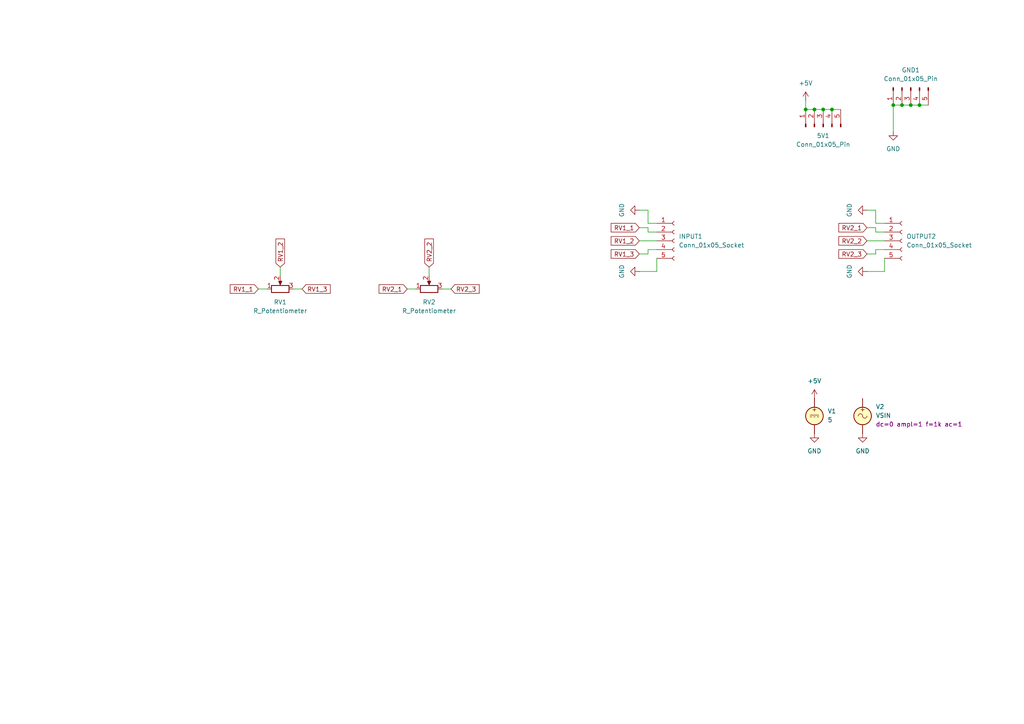
<source format=kicad_sch>
(kicad_sch (version 20231120) (generator "eeschema") (generator_version "8.0")
  (paper "A4")
  (lib_symbols
    (symbol "Connector:Conn_01x05_Pin" (pin_names (offset 1.016) hide)
      (property "Reference" "J" (at 0 7.62 0))
      (property "Value" "Conn_01x05_Pin" (at 0 -7.62 0))
      (symbol "Conn_01x05_Pin_1_1"
        (polyline (pts (xy 1.27 -5.08) (xy 0.8636 -5.08)) (stroke (width 0.1524)))
        (polyline (pts (xy 1.27 -2.54) (xy 0.8636 -2.54)) (stroke (width 0.1524)))
        (polyline (pts (xy 1.27 0) (xy 0.8636 0)) (stroke (width 0.1524)))
        (polyline (pts (xy 1.27 2.54) (xy 0.8636 2.54)) (stroke (width 0.1524)))
        (polyline (pts (xy 1.27 5.08) (xy 0.8636 5.08)) (stroke (width 0.1524)))
        (rectangle (start 0.8636 -4.953) (end 0 -5.207) (stroke (width 0.1524)) (fill (type outline)))
        (rectangle (start 0.8636 -2.413) (end 0 -2.667) (stroke (width 0.1524)) (fill (type outline)))
        (rectangle (start 0.8636 0.127) (end 0 -0.127) (stroke (width 0.1524)) (fill (type outline)))
        (rectangle (start 0.8636 2.667) (end 0 2.413) (stroke (width 0.1524)) (fill (type outline)))
        (rectangle (start 0.8636 5.207) (end 0 4.953) (stroke (width 0.1524)) (fill (type outline)))
        (pin passive line (at 5.08 5.08 180) (length 3.81) (name "Pin_1") (number "1"))
        (pin passive line (at 5.08 2.54 180) (length 3.81) (name "Pin_2") (number "2"))
        (pin passive line (at 5.08 0 180) (length 3.81) (name "Pin_3") (number "3"))
        (pin passive line (at 5.08 -2.54 180) (length 3.81) (name "Pin_4") (number "4"))
        (pin passive line (at 5.08 -5.08 180) (length 3.81) (name "Pin_5") (number "5"))
      )
    )
    (symbol "Connector:Conn_01x05_Socket" (pin_names (offset 1.016) hide)
      (property "Reference" "J" (at 0 7.62 0))
      (property "Value" "Conn_01x05_Socket" (at 0 -7.62 0))
      (symbol "Conn_01x05_Socket_1_1"
        (arc (start 0 -4.572) (mid -0.5058 -5.08) (end 0 -5.588) (stroke (width 0.1524)))
        (arc (start 0 -2.032) (mid -0.5058 -2.54) (end 0 -3.048) (stroke (width 0.1524)))
        (polyline (pts (xy -1.27 -5.08) (xy -0.508 -5.08)) (stroke (width 0.1524)))
        (polyline (pts (xy -1.27 -2.54) (xy -0.508 -2.54)) (stroke (width 0.1524)))
        (polyline (pts (xy -1.27 0) (xy -0.508 0)) (stroke (width 0.1524)))
        (polyline (pts (xy -1.27 2.54) (xy -0.508 2.54)) (stroke (width 0.1524)))
        (polyline (pts (xy -1.27 5.08) (xy -0.508 5.08)) (stroke (width 0.1524)))
        (arc (start 0 0.508) (mid -0.5058 0) (end 0 -0.508) (stroke (width 0.1524)))
        (arc (start 0 3.048) (mid -0.5058 2.54) (end 0 2.032) (stroke (width 0.1524)))
        (arc (start 0 5.588) (mid -0.5058 5.08) (end 0 4.572) (stroke (width 0.1524)))
        (pin passive line (at -5.08 5.08 0) (length 3.81) (name "Pin_1") (number "1"))
        (pin passive line (at -5.08 2.54 0) (length 3.81) (name "Pin_2") (number "2"))
        (pin passive line (at -5.08 0 0) (length 3.81) (name "Pin_3") (number "3"))
        (pin passive line (at -5.08 -2.54 0) (length 3.81) (name "Pin_4") (number "4"))
        (pin passive line (at -5.08 -5.08 0) (length 3.81) (name "Pin_5") (number "5"))
      )
    )
    (symbol "Device:R_Potentiometer" (pin_names (offset 1.016) hide)
      (property "Reference" "RV" (at -4.445 0 90))
      (property "Value" "R_Potentiometer" (at -2.54 0 90))
      (symbol "R_Potentiometer_0_1"
        (polyline (pts (xy 2.54 0) (xy 1.524 0)))
        (polyline (pts (xy 1.143 0) (xy 2.286 0.508) (xy 2.286 -0.508) (xy 1.143 0)) (fill (type outline)))
        (rectangle (start 1.016 2.54) (end -1.016 -2.54) (stroke (width 0.254)))
      )
      (symbol "R_Potentiometer_1_1"
        (pin passive line (at 0 3.81 270) (length 1.27) (name "1") (number "1"))
        (pin passive line (at 3.81 0 180) (length 1.27) (name "2") (number "2"))
        (pin passive line (at 0 -3.81 90) (length 1.27) (name "3") (number "3"))
      )
    )
    (symbol "Simulation_SPICE:VDC" (pin_numbers hide) (pin_names (offset 0.0254))
      (property "Reference" "V" (at 2.54 2.54 0))
      (property "Value" "1" (at 2.54 0 0))
      (symbol "VDC_0_0"
        (polyline (pts (xy -1.27 0.254) (xy 1.27 0.254)))
        (polyline (pts (xy -0.762 -0.254) (xy -1.27 -0.254)))
        (polyline (pts (xy 0.254 -0.254) (xy -0.254 -0.254)))
        (polyline (pts (xy 1.27 -0.254) (xy 0.762 -0.254)))
        (text "+" (at 0 1.905 0) (effects (font (size 1.27 1.27))))
      )
      (symbol "VDC_0_1"
        (circle (center 0 0) (radius 2.54) (stroke (width 0.254)) (fill (type background)))
      )
      (symbol "VDC_1_1"
        (pin passive line (at 0 5.08 270) (length 2.54) (name "~") (number "1"))
        (pin passive line (at 0 -5.08 90) (length 2.54) (name "~") (number "2"))
      )
    )
    (symbol "Simulation_SPICE:VSIN" (pin_numbers hide) (pin_names (offset 0.0254))
      (property "Reference" "V" (at 2.54 2.54 0))
      (property "Value" "VSIN" (at 2.54 0 0))
      (property "Sim.Params" "dc=0 ampl=1 f=1k ac=1" (at 2.54 -2.54 0))
      (symbol "VSIN_0_0"
        (arc (start 0 0) (mid -0.635 0.6323) (end -1.27 0))
        (arc (start 0 0) (mid 0.635 -0.6323) (end 1.27 0))
        (text "+" (at 0 1.905 0) (effects (font (size 1.27 1.27))))
      )
      (symbol "VSIN_0_1"
        (circle (center 0 0) (radius 2.54) (stroke (width 0.254)) (fill (type background)))
      )
      (symbol "VSIN_1_1"
        (pin passive line (at 0 5.08 270) (length 2.54) (name "~") (number "1"))
        (pin passive line (at 0 -5.08 90) (length 2.54) (name "~") (number "2"))
      )
    )
    (symbol "power:+5V" (power) (pin_numbers hide) (pin_names (offset 0) hide)
      (property "Value" "+5V" (at 0 3.556 0))
      (symbol "+5V_0_1"
        (polyline (pts (xy -0.762 1.27) (xy 0 2.54)))
        (polyline (pts (xy 0 0) (xy 0 2.54)))
        (polyline (pts (xy 0 2.54) (xy 0.762 1.27)))
      )
      (symbol "+5V_1_1"
        (pin power_in line (at 0 0 90) (length 0) (name "~") (number "1"))
      )
    )
    (symbol "power:GND" (power) (pin_numbers hide) (pin_names (offset 0) hide)
      (property "Value" "GND" (at 0 -3.81 0))
      (symbol "GND_0_1"
        (polyline (pts (xy 0 0) (xy 0 -1.27) (xy 1.27 -1.27) (xy 0 -2.54) (xy -1.27 -1.27) (xy 0 -1.27)))
      )
      (symbol "GND_1_1"
        (pin power_in line (at 0 0 270) (length 0) (name "~") (number "1"))
      )
    )
  )
  (junction (at 236.22 31.75))
  (junction (at 261.62 30.48))
  (junction (at 233.68 31.75))
  (junction (at 241.3 31.75))
  (junction (at 266.7 30.48))
  (junction (at 264.16 30.48))
  (junction (at 238.76 31.75))
  (junction (at 259.08 30.48))
  (wire (pts (xy 251.46 69.85) (xy 256.54 69.85)))
  (wire (pts (xy 118.11 83.82) (xy 120.65 83.82)))
  (wire (pts (xy 254 67.31) (xy 256.54 67.31)))
  (wire (pts (xy 254 73.66) (xy 254 72.39)))
  (wire (pts (xy 251.46 78.74) (xy 256.54 78.74)))
  (wire (pts (xy 241.3 31.75) (xy 243.84 31.75)))
  (wire (pts (xy 251.46 66.04) (xy 254 66.04)))
  (wire (pts (xy 187.96 64.77) (xy 187.96 60.96)))
  (wire (pts (xy 256.54 64.77) (xy 254 64.77)))
  (wire (pts (xy 190.5 78.74) (xy 190.5 74.93)))
  (wire (pts (xy 187.96 67.31) (xy 190.5 67.31)))
  (wire (pts (xy 233.68 31.75) (xy 236.22 31.75)))
  (wire (pts (xy 266.7 30.48) (xy 269.24 30.48)))
  (wire (pts (xy 124.46 77.47) (xy 124.46 80.01)))
  (wire (pts (xy 254 72.39) (xy 256.54 72.39)))
  (wire (pts (xy 238.76 31.75) (xy 241.3 31.75)))
  (wire (pts (xy 259.08 30.48) (xy 261.62 30.48)))
  (wire (pts (xy 81.28 77.47) (xy 81.28 80.01)))
  (wire (pts (xy 259.08 30.48) (xy 259.08 38.1)))
  (wire (pts (xy 233.68 31.75) (xy 233.68 29.21)))
  (wire (pts (xy 190.5 64.77) (xy 187.96 64.77)))
  (wire (pts (xy 264.16 30.48) (xy 266.7 30.48)))
  (wire (pts (xy 185.42 66.04) (xy 187.96 66.04)))
  (wire (pts (xy 87.63 83.82) (xy 85.09 83.82)))
  (wire (pts (xy 74.93 83.82) (xy 77.47 83.82)))
  (wire (pts (xy 187.96 66.04) (xy 187.96 67.31)))
  (wire (pts (xy 185.42 78.74) (xy 190.5 78.74)))
  (wire (pts (xy 130.81 83.82) (xy 128.27 83.82)))
  (wire (pts (xy 256.54 78.74) (xy 256.54 74.93)))
  (wire (pts (xy 236.22 31.75) (xy 238.76 31.75)))
  (wire (pts (xy 251.46 73.66) (xy 254 73.66)))
  (wire (pts (xy 185.42 73.66) (xy 187.96 73.66)))
  (wire (pts (xy 187.96 73.66) (xy 187.96 72.39)))
  (wire (pts (xy 254 60.96) (xy 251.46 60.96)))
  (wire (pts (xy 187.96 72.39) (xy 190.5 72.39)))
  (wire (pts (xy 187.96 60.96) (xy 185.42 60.96)))
  (wire (pts (xy 254 64.77) (xy 254 60.96)))
  (wire (pts (xy 254 66.04) (xy 254 67.31)))
  (wire (pts (xy 185.42 69.85) (xy 190.5 69.85)))
  (wire (pts (xy 261.62 30.48) (xy 264.16 30.48)))
  (global_label "RV1_3" (shape input) (at 87.63 83.82 0) (property "Intersheetrefs" "${INTERSHEET_REFS}" (effects (hide yes))))
  (global_label "RV1_2" (shape input) (at 185.42 69.85 180) (property "Intersheetrefs" "${INTERSHEET_REFS}" (effects (hide yes))))
  (global_label "RV2_2" (shape input) (at 251.46 69.85 180) (property "Intersheetrefs" "${INTERSHEET_REFS}" (effects (hide yes))))
  (global_label "RV1_1" (shape input) (at 185.42 66.04 180) (property "Intersheetrefs" "${INTERSHEET_REFS}" (effects (hide yes))))
  (global_label "RV1_1" (shape input) (at 74.93 83.82 180) (property "Intersheetrefs" "${INTERSHEET_REFS}" (effects (hide yes))))
  (global_label "RV1_3" (shape input) (at 185.42 73.66 180) (property "Intersheetrefs" "${INTERSHEET_REFS}" (effects (hide yes))))
  (global_label "RV2_1" (shape input) (at 118.11 83.82 180) (property "Intersheetrefs" "${INTERSHEET_REFS}" (effects (hide yes))))
  (global_label "RV2_3" (shape input) (at 251.46 73.66 180) (property "Intersheetrefs" "${INTERSHEET_REFS}" (effects (hide yes))))
  (global_label "RV2_1" (shape input) (at 251.46 66.04 180) (property "Intersheetrefs" "${INTERSHEET_REFS}" (effects (hide yes))))
  (global_label "RV1_2" (shape input) (at 81.28 77.47 90) (property "Intersheetrefs" "${INTERSHEET_REFS}" (effects (hide yes))))
  (global_label "RV2_2" (shape input) (at 124.46 77.47 90) (property "Intersheetrefs" "${INTERSHEET_REFS}" (effects (hide yes))))
  (global_label "RV2_3" (shape input) (at 130.81 83.82 0) (property "Intersheetrefs" "${INTERSHEET_REFS}" (effects (hide yes))))
  (symbol (lib_id "Simulation_SPICE:VDC") (at 236.22 120.65 0) (unit 1) (on_board no)
    (property "Reference" "V1" (at 240.03 119.2501 0) (effects (justify left)))
    (property "Value" "5" (at 240.03 121.7901 0) (effects (justify left)))
    (property "Datasheet" "https://ngspice.sourceforge.io/docs/ngspice-html-manual/manual.xhtml#sec_Independent_Sources_for" (effects (hide yes)))
    (property "Description" "Voltage source, DC" (effects (hide yes)))
    (property "Sim.Pins" "1=+ 2=-" (effects (hide yes)))
    (property "Sim.Type" "DC" (effects (hide yes)))
    (property "Sim.Device" "V" (effects (hide yes)))
  )
  (symbol (lib_id "Device:R_Potentiometer") (at 81.28 83.82 90) (unit 1)
    (property "Reference" "RV1" (at 81.28 87.63 90))
    (property "Value" "R_Potentiometer" (at 81.28 90.17 90))
    (property "Footprint" "BreadModular_Pots:Potentiometer_RV09" (effects (hide yes)))
    (property "Description" "Potentiometer" (effects (hide yes)))
  )
  (symbol (lib_id "Connector:Conn_01x05_Pin") (at 238.76 36.83 90) (unit 1) (exclude_from_sim yes)
    (property "Reference" "5V1" (at 238.76 39.37 90))
    (property "Value" "Conn_01x05_Pin" (at 238.76 41.91 90))
    (property "Footprint" "Connector_PinHeader_2.54mm:PinHeader_1x05_P2.54mm_Vertical" (effects (hide yes)))
    (property "Description" "Generic connector, single row, 01x05, script generated" (effects (hide yes)))
  )
  (symbol (lib_id "power:+5V") (at 236.22 115.57 0) (unit 1)
    (property "Reference" "#PWR02" (effects (hide yes)))
    (property "Value" "+5V" (at 236.22 110.49 0))
    (property "Description" "Power symbol creates a global label with name \"+5V\"" (effects (hide yes)))
  )
  (symbol (lib_id "Device:R_Potentiometer") (at 124.46 83.82 90) (unit 1)
    (property "Reference" "RV2" (at 124.46 87.63 90))
    (property "Value" "R_Potentiometer" (at 124.46 90.17 90))
    (property "Footprint" "BreadModular_Pots:Potentiometer_RV09" (effects (hide yes)))
    (property "Description" "Potentiometer" (effects (hide yes)))
  )
  (symbol (lib_id "Simulation_SPICE:VSIN") (at 250.19 120.65 0) (unit 1) (on_board no)
    (property "Reference" "V2" (at 254 117.9801 0) (effects (justify left)))
    (property "Value" "VSIN" (at 254 120.5201 0) (effects (justify left)))
    (property "Datasheet" "https://ngspice.sourceforge.io/docs/ngspice-html-manual/manual.xhtml#sec_Independent_Sources_for" (effects (hide yes)))
    (property "Description" "Voltage source, sinusoidal" (effects (hide yes)))
    (property "Sim.Pins" "1=+ 2=-" (effects (hide yes)))
    (property "Sim.Params" "dc=0 ampl=1 f=1k ac=1" (at 254 123.0601 0) (effects (justify left)))
    (property "Sim.Type" "SIN" (effects (hide yes)))
    (property "Sim.Device" "V" (effects (hide yes)))
  )
  (symbol (lib_id "power:GND") (at 185.42 60.96 270) (unit 1)
    (property "Reference" "#PWR06" (effects (hide yes)))
    (property "Value" "GND" (at 180.34 60.96 0))
    (property "Description" "Power symbol creates a global label with name \"GND\" , ground" (effects (hide yes)))
  )
  (symbol (lib_id "power:+5V") (at 233.68 29.21 0) (unit 1)
    (property "Reference" "#PWR01" (effects (hide yes)))
    (property "Value" "+5V" (at 233.68 24.13 0))
    (property "Description" "Power symbol creates a global label with name \"+5V\"" (effects (hide yes)))
  )
  (symbol (lib_id "power:GND") (at 259.08 38.1 0) (unit 1)
    (property "Reference" "#PWR05" (effects (hide yes)))
    (property "Value" "GND" (at 259.08 43.18 0))
    (property "Description" "Power symbol creates a global label with name \"GND\" , ground" (effects (hide yes)))
  )
  (symbol (lib_id "power:GND") (at 185.42 78.74 270) (unit 1)
    (property "Reference" "#PWR08" (effects (hide yes)))
    (property "Value" "GND" (at 180.34 78.74 0))
    (property "Description" "Power symbol creates a global label with name \"GND\" , ground" (effects (hide yes)))
  )
  (symbol (lib_id "power:GND") (at 251.46 60.96 270) (unit 1)
    (property "Reference" "#PWR07" (effects (hide yes)))
    (property "Value" "GND" (at 246.38 60.96 0))
    (property "Description" "Power symbol creates a global label with name \"GND\" , ground" (effects (hide yes)))
  )
  (symbol (lib_id "power:GND") (at 250.19 125.73 0) (unit 1)
    (property "Reference" "#PWR04" (effects (hide yes)))
    (property "Value" "GND" (at 250.19 130.81 0))
    (property "Description" "Power symbol creates a global label with name \"GND\" , ground" (effects (hide yes)))
  )
  (symbol (lib_id "power:GND") (at 236.22 125.73 0) (unit 1)
    (property "Reference" "#PWR03" (effects (hide yes)))
    (property "Value" "GND" (at 236.22 130.81 0))
    (property "Description" "Power symbol creates a global label with name \"GND\" , ground" (effects (hide yes)))
  )
  (symbol (lib_id "Connector:Conn_01x05_Socket") (at 261.62 69.85 0) (unit 1) (exclude_from_sim yes)
    (property "Reference" "OUTPUT2" (at 262.89 68.5799 0) (effects (justify left)))
    (property "Value" "Conn_01x05_Socket" (at 262.89 71.1199 0) (effects (justify left)))
    (property "Footprint" "Connector_PinSocket_2.54mm:PinSocket_1x05_P2.54mm_Vertical" (effects (hide yes)))
    (property "Description" "Generic connector, single row, 01x05, script generated" (effects (hide yes)))
  )
  (symbol (lib_id "Connector:Conn_01x05_Socket") (at 195.58 69.85 0) (unit 1) (exclude_from_sim yes)
    (property "Reference" "INPUT1" (at 196.85 68.5799 0) (effects (justify left)))
    (property "Value" "Conn_01x05_Socket" (at 196.85 71.1199 0) (effects (justify left)))
    (property "Footprint" "Connector_PinSocket_2.54mm:PinSocket_1x05_P2.54mm_Vertical" (effects (hide yes)))
    (property "Description" "Generic connector, single row, 01x05, script generated" (effects (hide yes)))
  )
  (symbol (lib_id "Connector:Conn_01x05_Pin") (at 264.16 25.4 90) (mirror x) (unit 1) (exclude_from_sim yes)
    (property "Reference" "GND1" (at 264.16 20.32 90))
    (property "Value" "Conn_01x05_Pin" (at 264.16 22.86 90))
    (property "Footprint" "Connector_PinHeader_2.54mm:PinHeader_1x05_P2.54mm_Vertical" (effects (hide yes)))
    (property "Description" "Generic connector, single row, 01x05, script generated" (effects (hide yes)))
  )
  (symbol (lib_id "power:GND") (at 251.46 78.74 270) (unit 1)
    (property "Reference" "#PWR09" (effects (hide yes)))
    (property "Value" "GND" (at 246.38 78.74 0))
    (property "Description" "Power symbol creates a global label with name \"GND\" , ground" (effects (hide yes)))
  )
)
</source>
